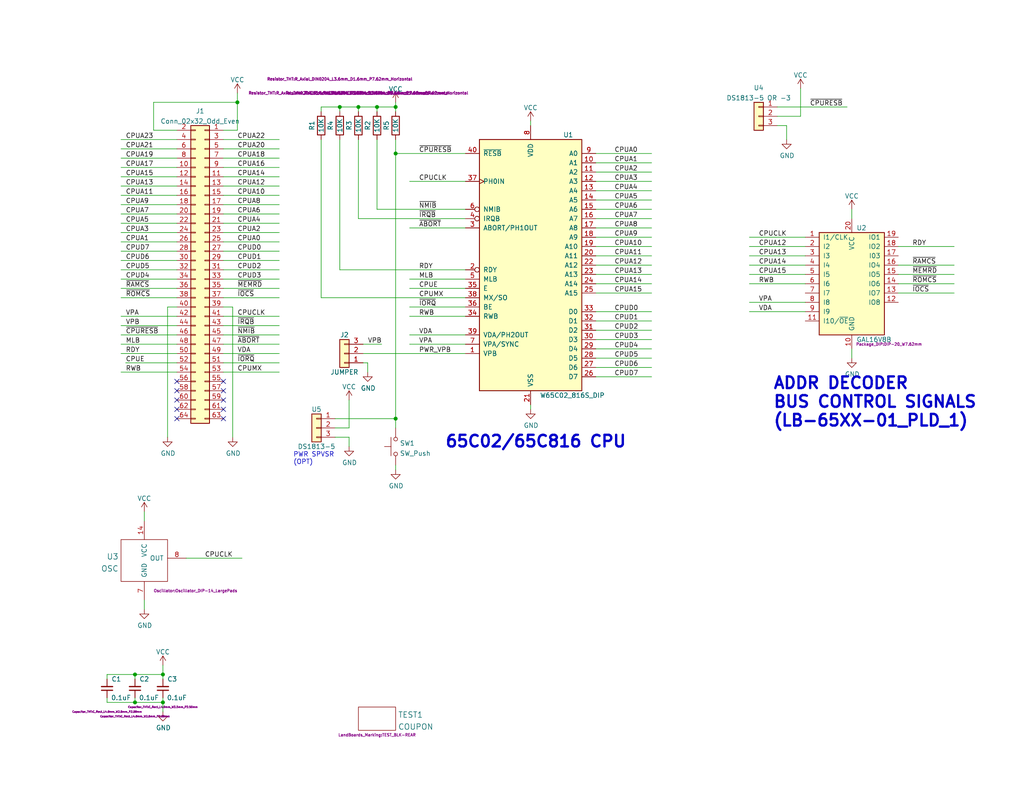
<source format=kicad_sch>
(kicad_sch (version 20230121) (generator eeschema)
  (paper "A")
  (title_block (title "LB-65CXX-01") (date "2022-09-20") (rev "1") (company "Land Boards LLC"))
  (lib_symbols
    (symbol "Connector_Generic:Conn_01x03" (pin_names (offset 1.016) hide)
      (property "Reference" "J" (at 0 5.08 0))
      (property "Value" "Conn_01x03" (at 0 -5.08 0))
      (symbol "Conn_01x03_1_1"
        (rectangle (start -1.27 -2.413) (end 0 -2.667) (stroke (width 0.1524)))
        (rectangle (start -1.27 0.127) (end 0 -0.127) (stroke (width 0.1524)))
        (rectangle (start -1.27 2.667) (end 0 2.413) (stroke (width 0.1524)))
        (rectangle (start -1.27 3.81) (end 1.27 -3.81) (stroke (width 0.254)) (fill (type background)))
        (pin passive line (at -5.08 2.54 0) (length 3.81) (name "Pin_1") (number "1"))
        (pin passive line (at -5.08 0 0) (length 3.81) (name "Pin_2") (number "2"))
        (pin passive line (at -5.08 -2.54 0) (length 3.81) (name "Pin_3") (number "3"))
      )
    )
    (symbol "Connector_Generic:Conn_02x32_Odd_Even" (pin_names (offset 1.016) hide)
      (property "Reference" "J" (at 1.27 40.64 0))
      (property "Value" "Conn_02x32_Odd_Even" (at 1.27 -43.18 0))
      (symbol "Conn_02x32_Odd_Even_1_1"
        (rectangle (start -1.27 -40.513) (end 0 -40.767) (stroke (width 0.1524)))
        (rectangle (start -1.27 -37.973) (end 0 -38.227) (stroke (width 0.1524)))
        (rectangle (start -1.27 -35.433) (end 0 -35.687) (stroke (width 0.1524)))
        (rectangle (start -1.27 -32.893) (end 0 -33.147) (stroke (width 0.1524)))
        (rectangle (start -1.27 -30.353) (end 0 -30.607) (stroke (width 0.1524)))
        (rectangle (start -1.27 -27.813) (end 0 -28.067) (stroke (width 0.1524)))
        (rectangle (start -1.27 -25.273) (end 0 -25.527) (stroke (width 0.1524)))
        (rectangle (start -1.27 -22.733) (end 0 -22.987) (stroke (width 0.1524)))
        (rectangle (start -1.27 -20.193) (end 0 -20.447) (stroke (width 0.1524)))
        (rectangle (start -1.27 -17.653) (end 0 -17.907) (stroke (width 0.1524)))
        (rectangle (start -1.27 -15.113) (end 0 -15.367) (stroke (width 0.1524)))
        (rectangle (start -1.27 -12.573) (end 0 -12.827) (stroke (width 0.1524)))
        (rectangle (start -1.27 -10.033) (end 0 -10.287) (stroke (width 0.1524)))
        (rectangle (start -1.27 -7.493) (end 0 -7.747) (stroke (width 0.1524)))
        (rectangle (start -1.27 -4.953) (end 0 -5.207) (stroke (width 0.1524)))
        (rectangle (start -1.27 -2.413) (end 0 -2.667) (stroke (width 0.1524)))
        (rectangle (start -1.27 0.127) (end 0 -0.127) (stroke (width 0.1524)))
        (rectangle (start -1.27 2.667) (end 0 2.413) (stroke (width 0.1524)))
        (rectangle (start -1.27 5.207) (end 0 4.953) (stroke (width 0.1524)))
        (rectangle (start -1.27 7.747) (end 0 7.493) (stroke (width 0.1524)))
        (rectangle (start -1.27 10.287) (end 0 10.033) (stroke (width 0.1524)))
        (rectangle (start -1.27 12.827) (end 0 12.573) (stroke (width 0.1524)))
        (rectangle (start -1.27 15.367) (end 0 15.113) (stroke (width 0.1524)))
        (rectangle (start -1.27 17.907) (end 0 17.653) (stroke (width 0.1524)))
        (rectangle (start -1.27 20.447) (end 0 20.193) (stroke (width 0.1524)))
        (rectangle (start -1.27 22.987) (end 0 22.733) (stroke (width 0.1524)))
        (rectangle (start -1.27 25.527) (end 0 25.273) (stroke (width 0.1524)))
        (rectangle (start -1.27 28.067) (end 0 27.813) (stroke (width 0.1524)))
        (rectangle (start -1.27 30.607) (end 0 30.353) (stroke (width 0.1524)))
        (rectangle (start -1.27 33.147) (end 0 32.893) (stroke (width 0.1524)))
        (rectangle (start -1.27 35.687) (end 0 35.433) (stroke (width 0.1524)))
        (rectangle (start -1.27 38.227) (end 0 37.973) (stroke (width 0.1524)))
        (rectangle (start -1.27 39.37) (end 3.81 -41.91) (stroke (width 0.254)) (fill (type background)))
        (rectangle (start 3.81 -40.513) (end 2.54 -40.767) (stroke (width 0.1524)))
        (rectangle (start 3.81 -37.973) (end 2.54 -38.227) (stroke (width 0.1524)))
        (rectangle (start 3.81 -35.433) (end 2.54 -35.687) (stroke (width 0.1524)))
        (rectangle (start 3.81 -32.893) (end 2.54 -33.147) (stroke (width 0.1524)))
        (rectangle (start 3.81 -30.353) (end 2.54 -30.607) (stroke (width 0.1524)))
        (rectangle (start 3.81 -27.813) (end 2.54 -28.067) (stroke (width 0.1524)))
        (rectangle (start 3.81 -25.273) (end 2.54 -25.527) (stroke (width 0.1524)))
        (rectangle (start 3.81 -22.733) (end 2.54 -22.987) (stroke (width 0.1524)))
        (rectangle (start 3.81 -20.193) (end 2.54 -20.447) (stroke (width 0.1524)))
        (rectangle (start 3.81 -17.653) (end 2.54 -17.907) (stroke (width 0.1524)))
        (rectangle (start 3.81 -15.113) (end 2.54 -15.367) (stroke (width 0.1524)))
        (rectangle (start 3.81 -12.573) (end 2.54 -12.827) (stroke (width 0.1524)))
        (rectangle (start 3.81 -10.033) (end 2.54 -10.287) (stroke (width 0.1524)))
        (rectangle (start 3.81 -7.493) (end 2.54 -7.747) (stroke (width 0.1524)))
        (rectangle (start 3.81 -4.953) (end 2.54 -5.207) (stroke (width 0.1524)))
        (rectangle (start 3.81 -2.413) (end 2.54 -2.667) (stroke (width 0.1524)))
        (rectangle (start 3.81 0.127) (end 2.54 -0.127) (stroke (width 0.1524)))
        (rectangle (start 3.81 2.667) (end 2.54 2.413) (stroke (width 0.1524)))
        (rectangle (start 3.81 5.207) (end 2.54 4.953) (stroke (width 0.1524)))
        (rectangle (start 3.81 7.747) (end 2.54 7.493) (stroke (width 0.1524)))
        (rectangle (start 3.81 10.287) (end 2.54 10.033) (stroke (width 0.1524)))
        (rectangle (start 3.81 12.827) (end 2.54 12.573) (stroke (width 0.1524)))
        (rectangle (start 3.81 15.367) (end 2.54 15.113) (stroke (width 0.1524)))
        (rectangle (start 3.81 17.907) (end 2.54 17.653) (stroke (width 0.1524)))
        (rectangle (start 3.81 20.447) (end 2.54 20.193) (stroke (width 0.1524)))
        (rectangle (start 3.81 22.987) (end 2.54 22.733) (stroke (width 0.1524)))
        (rectangle (start 3.81 25.527) (end 2.54 25.273) (stroke (width 0.1524)))
        (rectangle (start 3.81 28.067) (end 2.54 27.813) (stroke (width 0.1524)))
        (rectangle (start 3.81 30.607) (end 2.54 30.353) (stroke (width 0.1524)))
        (rectangle (start 3.81 33.147) (end 2.54 32.893) (stroke (width 0.1524)))
        (rectangle (start 3.81 35.687) (end 2.54 35.433) (stroke (width 0.1524)))
        (rectangle (start 3.81 38.227) (end 2.54 37.973) (stroke (width 0.1524)))
        (pin passive line (at -5.08 38.1 0) (length 3.81) (name "Pin_1") (number "1"))
        (pin passive line (at 7.62 27.94 180) (length 3.81) (name "Pin_10") (number "10"))
        (pin passive line (at -5.08 25.4 0) (length 3.81) (name "Pin_11") (number "11"))
        (pin passive line (at 7.62 25.4 180) (length 3.81) (name "Pin_12") (number "12"))
        (pin passive line (at -5.08 22.86 0) (length 3.81) (name "Pin_13") (number "13"))
        (pin passive line (at 7.62 22.86 180) (length 3.81) (name "Pin_14") (number "14"))
        (pin passive line (at -5.08 20.32 0) (length 3.81) (name "Pin_15") (number "15"))
        (pin passive line (at 7.62 20.32 180) (length 3.81) (name "Pin_16") (number "16"))
        (pin passive line (at -5.08 17.78 0) (length 3.81) (name "Pin_17") (number "17"))
        (pin passive line (at 7.62 17.78 180) (length 3.81) (name "Pin_18") (number "18"))
        (pin passive line (at -5.08 15.24 0) (length 3.81) (name "Pin_19") (number "19"))
        (pin passive line (at 7.62 38.1 180) (length 3.81) (name "Pin_2") (number "2"))
        (pin passive line (at 7.62 15.24 180) (length 3.81) (name "Pin_20") (number "20"))
        (pin passive line (at -5.08 12.7 0) (length 3.81) (name "Pin_21") (number "21"))
        (pin passive line (at 7.62 12.7 180) (length 3.81) (name "Pin_22") (number "22"))
        (pin passive line (at -5.08 10.16 0) (length 3.81) (name "Pin_23") (number "23"))
        (pin passive line (at 7.62 10.16 180) (length 3.81) (name "Pin_24") (number "24"))
        (pin passive line (at -5.08 7.62 0) (length 3.81) (name "Pin_25") (number "25"))
        (pin passive line (at 7.62 7.62 180) (length 3.81) (name "Pin_26") (number "26"))
        (pin passive line (at -5.08 5.08 0) (length 3.81) (name "Pin_27") (number "27"))
        (pin passive line (at 7.62 5.08 180) (length 3.81) (name "Pin_28") (number "28"))
        (pin passive line (at -5.08 2.54 0) (length 3.81) (name "Pin_29") (number "29"))
        (pin passive line (at -5.08 35.56 0) (length 3.81) (name "Pin_3") (number "3"))
        (pin passive line (at 7.62 2.54 180) (length 3.81) (name "Pin_30") (number "30"))
        (pin passive line (at -5.08 0 0) (length 3.81) (name "Pin_31") (number "31"))
        (pin passive line (at 7.62 0 180) (length 3.81) (name "Pin_32") (number "32"))
        (pin passive line (at -5.08 -2.54 0) (length 3.81) (name "Pin_33") (number "33"))
        (pin passive line (at 7.62 -2.54 180) (length 3.81) (name "Pin_34") (number "34"))
        (pin passive line (at -5.08 -5.08 0) (length 3.81) (name "Pin_35") (number "35"))
        (pin passive line (at 7.62 -5.08 180) (length 3.81) (name "Pin_36") (number "36"))
        (pin passive line (at -5.08 -7.62 0) (length 3.81) (name "Pin_37") (number "37"))
        (pin passive line (at 7.62 -7.62 180) (length 3.81) (name "Pin_38") (number "38"))
        (pin passive line (at -5.08 -10.16 0) (length 3.81) (name "Pin_39") (number "39"))
        (pin passive line (at 7.62 35.56 180) (length 3.81) (name "Pin_4") (number "4"))
        (pin passive line (at 7.62 -10.16 180) (length 3.81) (name "Pin_40") (number "40"))
        (pin passive line (at -5.08 -12.7 0) (length 3.81) (name "Pin_41") (number "41"))
        (pin passive line (at 7.62 -12.7 180) (length 3.81) (name "Pin_42") (number "42"))
        (pin passive line (at -5.08 -15.24 0) (length 3.81) (name "Pin_43") (number "43"))
        (pin passive line (at 7.62 -15.24 180) (length 3.81) (name "Pin_44") (number "44"))
        (pin passive line (at -5.08 -17.78 0) (length 3.81) (name "Pin_45") (number "45"))
        (pin passive line (at 7.62 -17.78 180) (length 3.81) (name "Pin_46") (number "46"))
        (pin passive line (at -5.08 -20.32 0) (length 3.81) (name "Pin_47") (number "47"))
        (pin passive line (at 7.62 -20.32 180) (length 3.81) (name "Pin_48") (number "48"))
        (pin passive line (at -5.08 -22.86 0) (length 3.81) (name "Pin_49") (number "49"))
        (pin passive line (at -5.08 33.02 0) (length 3.81) (name "Pin_5") (number "5"))
        (pin passive line (at 7.62 -22.86 180) (length 3.81) (name "Pin_50") (number "50"))
        (pin passive line (at -5.08 -25.4 0) (length 3.81) (name "Pin_51") (number "51"))
        (pin passive line (at 7.62 -25.4 180) (length 3.81) (name "Pin_52") (number "52"))
        (pin passive line (at -5.08 -27.94 0) (length 3.81) (name "Pin_53") (number "53"))
        (pin passive line (at 7.62 -27.94 180) (length 3.81) (name "Pin_54") (number "54"))
        (pin passive line (at -5.08 -30.48 0) (length 3.81) (name "Pin_55") (number "55"))
        (pin passive line (at 7.62 -30.48 180) (length 3.81) (name "Pin_56") (number "56"))
        (pin passive line (at -5.08 -33.02 0) (length 3.81) (name "Pin_57") (number "57"))
        (pin passive line (at 7.62 -33.02 180) (length 3.81) (name "Pin_58") (number "58"))
        (pin passive line (at -5.08 -35.56 0) (length 3.81) (name "Pin_59") (number "59"))
        (pin passive line (at 7.62 33.02 180) (length 3.81) (name "Pin_6") (number "6"))
        (pin passive line (at 7.62 -35.56 180) (length 3.81) (name "Pin_60") (number "60"))
        (pin passive line (at -5.08 -38.1 0) (length 3.81) (name "Pin_61") (number "61"))
        (pin passive line (at 7.62 -38.1 180) (length 3.81) (name "Pin_62") (number "62"))
        (pin passive line (at -5.08 -40.64 0) (length 3.81) (name "Pin_63") (number "63"))
        (pin passive line (at 7.62 -40.64 180) (length 3.81) (name "Pin_64") (number "64"))
        (pin passive line (at -5.08 30.48 0) (length 3.81) (name "Pin_7") (number "7"))
        (pin passive line (at 7.62 30.48 180) (length 3.81) (name "Pin_8") (number "8"))
        (pin passive line (at -5.08 27.94 0) (length 3.81) (name "Pin_9") (number "9"))
      )
    )
    (symbol "Device:C_Small" (pin_numbers hide) (pin_names (offset 0.254) hide)
      (property "Reference" "C" (at 0.254 1.778 0))
      (property "Value" "C_Small" (at 0.254 -2.032 0))
      (symbol "C_Small_0_1"
        (polyline (pts (xy -1.524 -0.508) (xy 1.524 -0.508)) (stroke (width 0.3302)))
        (polyline (pts (xy -1.524 0.508) (xy 1.524 0.508)) (stroke (width 0.3048)))
      )
      (symbol "C_Small_1_1"
        (pin passive line (at 0 2.54 270) (length 2.032) (name "~") (number "1"))
        (pin passive line (at 0 -2.54 90) (length 2.032) (name "~") (number "2"))
      )
    )
    (symbol "Device:R" (pin_numbers hide) (pin_names (offset 0))
      (property "Reference" "R" (at 2.032 0 90))
      (property "Value" "R" (at 0 0 90))
      (symbol "R_0_1"
        (rectangle (start -1.016 -2.54) (end 1.016 2.54) (stroke (width 0.254)))
      )
      (symbol "R_1_1"
        (pin passive line (at 0 3.81 270) (length 1.27) (name "~") (number "1"))
        (pin passive line (at 0 -3.81 90) (length 1.27) (name "~") (number "2"))
      )
    )
    (symbol "LandBoards:COUPON" (pin_names (offset 1.016))
      (property "Reference" "COUP?" (at 0 0 0))
      (property "Value" "COUPON" (at 0 0 0))
      (symbol "COUPON_0_1"
        (rectangle (start -5.08 0) (end 5.08 6.35))
      )
    )
    (symbol "LandBoards_Semis:OSC" (pin_names (offset 1.016))
      (property "Reference" "U" (at 3.81 6.35 0))
      (property "Value" "OSC" (at 5.08 -7.62 0))
      (symbol "OSC_0_1"
        (rectangle (start 6.35 -6.35) (end -6.35 5.08))
      )
      (symbol "OSC_1_1"
        (pin power_in line (at 0 10.16 270) (length 5.08) (name "VCC") (number "14"))
        (pin power_in line (at 0 -11.43 90) (length 5.08) (name "GND") (number "7"))
        (pin output line (at 11.43 0 180) (length 5.08) (name "OUT") (number "8"))
      )
    )
    (symbol "LandBoards_Semis:W65C02_816S_DIP" (pin_names (offset 1.016))
      (property "Reference" "U" (at -13.97 35.56 0))
      (property "Value" "W65C02_816S_DIP" (at 3.81 -36.83 0))
      (symbol "W65C02_816S_DIP_0_1"
        (rectangle (start -13.97 34.29) (end 13.97 -34.29) (stroke (width 0.254)) (fill (type background)))
      )
      (symbol "W65C02_816S_DIP_1_1"
        (pin output line (at -17.78 -24.13 0) (length 3.81) (name "VPB") (number "1"))
        (pin output line (at 17.78 27.94 180) (length 3.81) (name "A1") (number "10"))
        (pin output line (at 17.78 25.4 180) (length 3.81) (name "A2") (number "11"))
        (pin output line (at 17.78 22.86 180) (length 3.81) (name "A3") (number "12"))
        (pin output line (at 17.78 20.32 180) (length 3.81) (name "A4") (number "13"))
        (pin output line (at 17.78 17.78 180) (length 3.81) (name "A5") (number "14"))
        (pin output line (at 17.78 15.24 180) (length 3.81) (name "A6") (number "15"))
        (pin output line (at 17.78 12.7 180) (length 3.81) (name "A7") (number "16"))
        (pin output line (at 17.78 10.16 180) (length 3.81) (name "A8") (number "17"))
        (pin output line (at 17.78 7.62 180) (length 3.81) (name "A9") (number "18"))
        (pin output line (at 17.78 5.08 180) (length 3.81) (name "A10") (number "19"))
        (pin input inverted (at -17.78 -1.27 0) (length 3.81) (name "RDY") (number "2"))
        (pin output line (at 17.78 2.54 180) (length 3.81) (name "A11") (number "20"))
        (pin power_in line (at 0 -38.1 90) (length 3.81) (name "VSS") (number "21"))
        (pin output line (at 17.78 0 180) (length 3.81) (name "A12") (number "22"))
        (pin output line (at 17.78 -2.54 180) (length 3.81) (name "A13") (number "23"))
        (pin output line (at 17.78 -5.08 180) (length 3.81) (name "A14") (number "24"))
        (pin output line (at 17.78 -7.62 180) (length 3.81) (name "A15") (number "25"))
        (pin bidirectional line (at 17.78 -30.48 180) (length 3.81) (name "D7") (number "26"))
        (pin bidirectional line (at 17.78 -27.94 180) (length 3.81) (name "D6") (number "27"))
        (pin bidirectional line (at 17.78 -25.4 180) (length 3.81) (name "D5") (number "28"))
        (pin bidirectional line (at 17.78 -22.86 180) (length 3.81) (name "D4") (number "29"))
        (pin input line (at -17.78 10.16 0) (length 3.81) (name "ABORT/PH1OUT") (number "3"))
        (pin bidirectional line (at 17.78 -20.32 180) (length 3.81) (name "D3") (number "30"))
        (pin bidirectional line (at 17.78 -17.78 180) (length 3.81) (name "D2") (number "31"))
        (pin bidirectional line (at 17.78 -15.24 180) (length 3.81) (name "D1") (number "32"))
        (pin bidirectional line (at 17.78 -12.7 180) (length 3.81) (name "D0") (number "33"))
        (pin output line (at -17.78 -13.97 0) (length 3.81) (name "RWB") (number "34"))
        (pin input line (at -17.78 -6.35 0) (length 3.81) (name "E") (number "35"))
        (pin output line (at -17.78 -11.43 0) (length 3.81) (name "BE") (number "36"))
        (pin input clock (at -17.78 22.86 0) (length 3.81) (name "PH0IN") (number "37"))
        (pin output line (at -17.78 -8.89 0) (length 3.81) (name "MX/SO") (number "38"))
        (pin output line (at -17.78 -19.05 0) (length 3.81) (name "VDA/PH2OUT") (number "39"))
        (pin input inverted (at -17.78 12.7 0) (length 3.81) (name "IRQB") (number "4"))
        (pin input line (at -17.78 30.48 0) (length 3.81) (name "~{RESB}") (number "40"))
        (pin output line (at -17.78 -3.81 0) (length 3.81) (name "MLB") (number "5"))
        (pin input inverted (at -17.78 15.24 0) (length 3.81) (name "NMIB") (number "6"))
        (pin output line (at -17.78 -21.59 0) (length 3.81) (name "VPA/SYNC") (number "7"))
        (pin power_in line (at 0 38.1 270) (length 3.81) (name "VDD") (number "8"))
        (pin output line (at 17.78 30.48 180) (length 3.81) (name "A0") (number "9"))
      )
    )
    (symbol "Logic_Programmable:GAL16V8" (pin_names (offset 1.016))
      (property "Reference" "U" (at -8.89 16.51 0))
      (property "Value" "GAL16V8" (at 1.27 16.51 0))
      (symbol "GAL16V8_0_0"
        (pin power_in line (at 0 -17.78 90) (length 3.81) (name "GND") (number "10"))
        (pin power_in line (at 0 17.78 270) (length 3.81) (name "VCC") (number "20"))
      )
      (symbol "GAL16V8_0_1"
        (rectangle (start -8.89 13.97) (end 8.89 -13.97) (stroke (width 0.254)) (fill (type background)))
      )
      (symbol "GAL16V8_1_1"
        (pin input line (at -12.7 12.7 0) (length 3.81) (name "I1/CLK") (number "1"))
        (pin input line (at -12.7 -10.16 0) (length 3.81) (name "I10/~{OE}") (number "11"))
        (pin tri_state line (at 12.7 -5.08 180) (length 3.81) (name "IO8") (number "12"))
        (pin tri_state line (at 12.7 -2.54 180) (length 3.81) (name "IO7") (number "13"))
        (pin tri_state line (at 12.7 0 180) (length 3.81) (name "IO6") (number "14"))
        (pin tri_state line (at 12.7 2.54 180) (length 3.81) (name "IO5") (number "15"))
        (pin tri_state line (at 12.7 5.08 180) (length 3.81) (name "IO4") (number "16"))
        (pin tri_state line (at 12.7 7.62 180) (length 3.81) (name "I03") (number "17"))
        (pin tri_state line (at 12.7 10.16 180) (length 3.81) (name "IO2") (number "18"))
        (pin tri_state line (at 12.7 12.7 180) (length 3.81) (name "IO1") (number "19"))
        (pin input line (at -12.7 10.16 0) (length 3.81) (name "I2") (number "2"))
        (pin input line (at -12.7 7.62 0) (length 3.81) (name "I3") (number "3"))
        (pin input line (at -12.7 5.08 0) (length 3.81) (name "I4") (number "4"))
        (pin input line (at -12.7 2.54 0) (length 3.81) (name "I5") (number "5"))
        (pin input line (at -12.7 0 0) (length 3.81) (name "I6") (number "6"))
        (pin input line (at -12.7 -2.54 0) (length 3.81) (name "I7") (number "7"))
        (pin input line (at -12.7 -5.08 0) (length 3.81) (name "I8") (number "8"))
        (pin input line (at -12.7 -7.62 0) (length 3.81) (name "I9") (number "9"))
      )
    )
    (symbol "Switch:SW_Push" (pin_numbers hide) (pin_names (offset 1.016) hide)
      (property "Reference" "SW" (at 1.27 2.54 0))
      (property "Value" "SW_Push" (at 0 -1.524 0))
      (symbol "SW_Push_0_1"
        (circle (center -2.032 0) (radius 0.508))
        (polyline (pts (xy 0 1.27) (xy 0 3.048)))
        (polyline (pts (xy 2.54 1.27) (xy -2.54 1.27)))
        (circle (center 2.032 0) (radius 0.508))
        (pin passive line (at -5.08 0 0) (length 2.54) (name "1") (number "1"))
        (pin passive line (at 5.08 0 180) (length 2.54) (name "2") (number "2"))
      )
    )
    (symbol "power:GND" (power) (pin_names (offset 0))
      (property "Value" "GND" (at 0 -3.81 0))
      (symbol "GND_0_1"
        (polyline (pts (xy 0 0) (xy 0 -1.27) (xy 1.27 -1.27) (xy 0 -2.54) (xy -1.27 -1.27) (xy 0 -1.27)))
      )
      (symbol "GND_1_1"
        (pin power_in line (at 0 0 270) (length 0) hide (name "GND") (number "1"))
      )
    )
    (symbol "power:VCC" (power) (pin_names (offset 0))
      (property "Value" "VCC" (at 0 3.81 0))
      (symbol "VCC_0_1"
        (polyline (pts (xy -0.762 1.27) (xy 0 2.54)))
        (polyline (pts (xy 0 0) (xy 0 2.54)))
        (polyline (pts (xy 0 2.54) (xy 0.762 1.27)))
      )
      (symbol "VCC_1_1"
        (pin power_in line (at 0 0 90) (length 0) hide (name "VCC") (number "1"))
      )
    )
  )
  (junction (at 107.95 114.3))
  (junction (at 44.45 191.77))
  (junction (at 92.71 29.21))
  (junction (at 44.45 184.15))
  (junction (at 102.87 29.21))
  (junction (at 107.95 29.21))
  (junction (at 107.95 41.91))
  (junction (at 36.83 184.15))
  (junction (at 36.83 191.77))
  (junction (at 97.79 29.21))
  (junction (at 64.77 27.94))
  (no_connect (at 60.96 104.14))
  (no_connect (at 48.26 104.14))
  (no_connect (at 60.96 109.22))
  (no_connect (at 60.96 106.68))
  (no_connect (at 48.26 114.3))
  (no_connect (at 60.96 114.3))
  (no_connect (at 48.26 106.68))
  (no_connect (at 48.26 109.22))
  (no_connect (at 48.26 111.76))
  (no_connect (at 60.96 111.76))
  (wire (pts (xy 45.72 83.82) (xy 45.72 119.38)))
  (wire (pts (xy 111.76 62.23) (xy 127 62.23)))
  (wire (pts (xy 162.56 59.69) (xy 177.8 59.69)))
  (wire (pts (xy 212.09 29.21) (xy 231.14 29.21)))
  (wire (pts (xy 204.47 85.09) (xy 219.71 85.09)))
  (wire (pts (xy 33.02 91.44) (xy 48.26 91.44)))
  (wire (pts (xy 60.96 43.18) (xy 76.2 43.18)))
  (wire (pts (xy 33.02 68.58) (xy 48.26 68.58)))
  (wire (pts (xy 44.45 185.42) (xy 44.45 184.15)))
  (wire (pts (xy 60.96 45.72) (xy 76.2 45.72)))
  (wire (pts (xy 162.56 100.33) (xy 177.8 100.33)))
  (wire (pts (xy 97.79 59.69) (xy 97.79 38.1)))
  (wire (pts (xy 64.77 35.56) (xy 64.77 27.94)))
  (wire (pts (xy 162.56 72.39) (xy 177.8 72.39)))
  (wire (pts (xy 162.56 64.77) (xy 177.8 64.77)))
  (wire (pts (xy 95.25 119.38) (xy 95.25 121.92)))
  (wire (pts (xy 60.96 60.96) (xy 76.2 60.96)))
  (wire (pts (xy 111.76 76.2) (xy 127 76.2)))
  (wire (pts (xy 92.71 38.1) (xy 92.71 73.66)))
  (wire (pts (xy 64.77 27.94) (xy 41.91 27.94)))
  (wire (pts (xy 44.45 190.5) (xy 44.45 191.77)))
  (wire (pts (xy 245.11 67.31) (xy 260.35 67.31)))
  (wire (pts (xy 204.47 72.39) (xy 219.71 72.39)))
  (wire (pts (xy 111.76 83.82) (xy 127 83.82)))
  (wire (pts (xy 245.11 74.93) (xy 260.35 74.93)))
  (wire (pts (xy 218.44 24.13) (xy 218.44 31.75)))
  (wire (pts (xy 60.96 66.04) (xy 76.2 66.04)))
  (wire (pts (xy 204.47 69.85) (xy 219.71 69.85)))
  (wire (pts (xy 107.95 29.21) (xy 107.95 30.48)))
  (wire (pts (xy 60.96 48.26) (xy 76.2 48.26)))
  (wire (pts (xy 107.95 127) (xy 107.95 128.27)))
  (wire (pts (xy 45.72 83.82) (xy 48.26 83.82)))
  (wire (pts (xy 33.02 55.88) (xy 48.26 55.88)))
  (wire (pts (xy 60.96 35.56) (xy 64.77 35.56)))
  (wire (pts (xy 111.76 78.74) (xy 127 78.74)))
  (wire (pts (xy 33.02 71.12) (xy 48.26 71.12)))
  (wire (pts (xy 33.02 53.34) (xy 48.26 53.34)))
  (wire (pts (xy 36.83 190.5) (xy 36.83 191.77)))
  (wire (pts (xy 92.71 29.21) (xy 92.71 30.48)))
  (wire (pts (xy 60.96 93.98) (xy 76.2 93.98)))
  (wire (pts (xy 33.02 66.04) (xy 48.26 66.04)))
  (wire (pts (xy 33.02 45.72) (xy 48.26 45.72)))
  (wire (pts (xy 162.56 74.93) (xy 177.8 74.93)))
  (wire (pts (xy 60.96 96.52) (xy 76.2 96.52)))
  (wire (pts (xy 60.96 53.34) (xy 76.2 53.34)))
  (wire (pts (xy 64.77 27.94) (xy 64.77 25.4)))
  (wire (pts (xy 111.76 91.44) (xy 127 91.44)))
  (wire (pts (xy 41.91 35.56) (xy 48.26 35.56)))
  (wire (pts (xy 60.96 71.12) (xy 76.2 71.12)))
  (wire (pts (xy 232.41 95.25) (xy 232.41 97.79)))
  (wire (pts (xy 102.87 29.21) (xy 107.95 29.21)))
  (wire (pts (xy 60.96 68.58) (xy 76.2 68.58)))
  (wire (pts (xy 33.02 58.42) (xy 48.26 58.42)))
  (wire (pts (xy 144.78 33.02) (xy 144.78 34.29)))
  (wire (pts (xy 102.87 57.15) (xy 127 57.15)))
  (wire (pts (xy 245.11 80.01) (xy 260.35 80.01)))
  (wire (pts (xy 29.21 184.15) (xy 36.83 184.15)))
  (wire (pts (xy 87.63 38.1) (xy 87.63 81.28)))
  (wire (pts (xy 60.96 78.74) (xy 76.2 78.74)))
  (wire (pts (xy 162.56 46.99) (xy 177.8 46.99)))
  (wire (pts (xy 111.76 93.98) (xy 127 93.98)))
  (wire (pts (xy 162.56 52.07) (xy 177.8 52.07)))
  (wire (pts (xy 99.06 93.98) (xy 104.14 93.98)))
  (wire (pts (xy 92.71 29.21) (xy 97.79 29.21)))
  (wire (pts (xy 60.96 38.1) (xy 76.2 38.1)))
  (wire (pts (xy 60.96 58.42) (xy 76.2 58.42)))
  (wire (pts (xy 63.5 83.82) (xy 63.5 119.38)))
  (wire (pts (xy 87.63 30.48) (xy 87.63 29.21)))
  (wire (pts (xy 162.56 54.61) (xy 177.8 54.61)))
  (wire (pts (xy 102.87 29.21) (xy 102.87 30.48)))
  (wire (pts (xy 33.02 40.64) (xy 48.26 40.64)))
  (wire (pts (xy 99.06 99.06) (xy 100.33 99.06)))
  (wire (pts (xy 33.02 63.5) (xy 48.26 63.5)))
  (wire (pts (xy 162.56 97.79) (xy 177.8 97.79)))
  (wire (pts (xy 214.63 34.29) (xy 214.63 38.1)))
  (wire (pts (xy 162.56 90.17) (xy 177.8 90.17)))
  (wire (pts (xy 33.02 73.66) (xy 48.26 73.66)))
  (wire (pts (xy 162.56 87.63) (xy 177.8 87.63)))
  (wire (pts (xy 60.96 83.82) (xy 63.5 83.82)))
  (wire (pts (xy 162.56 41.91) (xy 177.8 41.91)))
  (wire (pts (xy 144.78 110.49) (xy 144.78 111.76)))
  (wire (pts (xy 34.29 99.06) (xy 48.26 99.06)))
  (wire (pts (xy 33.02 76.2) (xy 48.26 76.2)))
  (wire (pts (xy 100.33 99.06) (xy 100.33 101.6)))
  (wire (pts (xy 97.79 29.21) (xy 102.87 29.21)))
  (wire (pts (xy 111.76 86.36) (xy 127 86.36)))
  (wire (pts (xy 92.71 73.66) (xy 127 73.66)))
  (wire (pts (xy 60.96 50.8) (xy 76.2 50.8)))
  (wire (pts (xy 91.44 116.84) (xy 95.25 116.84)))
  (wire (pts (xy 204.47 77.47) (xy 219.71 77.47)))
  (wire (pts (xy 44.45 191.77) (xy 44.45 194.31)))
  (wire (pts (xy 33.02 88.9) (xy 48.26 88.9)))
  (wire (pts (xy 212.09 31.75) (xy 218.44 31.75)))
  (wire (pts (xy 162.56 80.01) (xy 177.8 80.01)))
  (wire (pts (xy 245.11 77.47) (xy 260.35 77.47)))
  (wire (pts (xy 29.21 191.77) (xy 29.21 190.5)))
  (wire (pts (xy 60.96 55.88) (xy 76.2 55.88)))
  (wire (pts (xy 36.83 185.42) (xy 36.83 184.15)))
  (wire (pts (xy 33.02 38.1) (xy 48.26 38.1)))
  (wire (pts (xy 33.02 86.36) (xy 48.26 86.36)))
  (wire (pts (xy 33.02 43.18) (xy 48.26 43.18)))
  (wire (pts (xy 41.91 27.94) (xy 41.91 35.56)))
  (wire (pts (xy 60.96 91.44) (xy 76.2 91.44)))
  (wire (pts (xy 60.96 73.66) (xy 76.2 73.66)))
  (wire (pts (xy 97.79 30.48) (xy 97.79 29.21)))
  (wire (pts (xy 36.83 184.15) (xy 44.45 184.15)))
  (wire (pts (xy 107.95 41.91) (xy 107.95 38.1)))
  (wire (pts (xy 162.56 62.23) (xy 177.8 62.23)))
  (wire (pts (xy 162.56 95.25) (xy 177.8 95.25)))
  (wire (pts (xy 107.95 41.91) (xy 107.95 114.3)))
  (wire (pts (xy 36.83 191.77) (xy 29.21 191.77)))
  (wire (pts (xy 95.25 109.22) (xy 95.25 116.84)))
  (wire (pts (xy 232.41 57.15) (xy 232.41 59.69)))
  (wire (pts (xy 111.76 49.53) (xy 127 49.53)))
  (wire (pts (xy 91.44 114.3) (xy 107.95 114.3)))
  (wire (pts (xy 39.37 163.83) (xy 39.37 166.37)))
  (wire (pts (xy 99.06 96.52) (xy 127 96.52)))
  (wire (pts (xy 60.96 101.6) (xy 76.2 101.6)))
  (wire (pts (xy 60.96 88.9) (xy 76.2 88.9)))
  (wire (pts (xy 50.8 152.4) (xy 66.04 152.4)))
  (wire (pts (xy 204.47 74.93) (xy 219.71 74.93)))
  (wire (pts (xy 60.96 99.06) (xy 76.2 99.06)))
  (wire (pts (xy 33.02 96.52) (xy 48.26 96.52)))
  (wire (pts (xy 60.96 86.36) (xy 76.2 86.36)))
  (wire (pts (xy 102.87 57.15) (xy 102.87 38.1)))
  (wire (pts (xy 162.56 77.47) (xy 177.8 77.47)))
  (wire (pts (xy 44.45 181.61) (xy 44.45 184.15)))
  (wire (pts (xy 33.02 50.8) (xy 48.26 50.8)))
  (wire (pts (xy 60.96 81.28) (xy 76.2 81.28)))
  (wire (pts (xy 204.47 82.55) (xy 219.71 82.55)))
  (wire (pts (xy 87.63 81.28) (xy 127 81.28)))
  (wire (pts (xy 204.47 64.77) (xy 219.71 64.77)))
  (wire (pts (xy 87.63 29.21) (xy 92.71 29.21)))
  (wire (pts (xy 60.96 63.5) (xy 76.2 63.5)))
  (wire (pts (xy 162.56 102.87) (xy 177.8 102.87)))
  (wire (pts (xy 107.95 114.3) (xy 107.95 116.84)))
  (wire (pts (xy 33.02 81.28) (xy 48.26 81.28)))
  (wire (pts (xy 33.02 101.6) (xy 48.26 101.6)))
  (wire (pts (xy 162.56 67.31) (xy 177.8 67.31)))
  (wire (pts (xy 60.96 40.64) (xy 76.2 40.64)))
  (wire (pts (xy 44.45 191.77) (xy 36.83 191.77)))
  (wire (pts (xy 33.02 93.98) (xy 48.26 93.98)))
  (wire (pts (xy 204.47 67.31) (xy 219.71 67.31)))
  (wire (pts (xy 107.95 27.94) (xy 107.95 29.21)))
  (wire (pts (xy 162.56 49.53) (xy 177.8 49.53)))
  (wire (pts (xy 33.02 60.96) (xy 48.26 60.96)))
  (wire (pts (xy 162.56 69.85) (xy 177.8 69.85)))
  (wire (pts (xy 33.02 78.74) (xy 48.26 78.74)))
  (wire (pts (xy 29.21 185.42) (xy 29.21 184.15)))
  (wire (pts (xy 212.09 34.29) (xy 214.63 34.29)))
  (wire (pts (xy 33.02 48.26) (xy 48.26 48.26)))
  (wire (pts (xy 97.79 59.69) (xy 127 59.69)))
  (wire (pts (xy 39.37 139.7) (xy 39.37 142.24)))
  (wire (pts (xy 107.95 41.91) (xy 127 41.91)))
  (wire (pts (xy 162.56 44.45) (xy 177.8 44.45)))
  (wire (pts (xy 91.44 119.38) (xy 95.25 119.38)))
  (wire (pts (xy 162.56 57.15) (xy 177.8 57.15)))
  (wire (pts (xy 162.56 92.71) (xy 177.8 92.71)))
  (wire (pts (xy 245.11 72.39) (xy 260.35 72.39)))
  (wire (pts (xy 60.96 76.2) (xy 76.2 76.2)))
  (wire (pts (xy 162.56 85.09) (xy 177.8 85.09)))
  (text "65C02/65C816 CPU" (at 121.285 122.555 0) (effects (font (size 3.175 3.175) (thickness 0.635) bold) (justify left bottom)))
  (text "PWR SPVSR\n(OPT)" (at 80.01 127 0) (effects (font (size 1.27 1.27)) (justify left bottom)))
  (text "ADDR DECODER\nBUS CONTROL SIGNALS\n(LB-65XX-01_PLD_1)" (at 210.82 116.84 0) (effects (font (size 3.175 3.175) (thickness 0.635) bold) (justify left bottom)))
  (label "CPUCLK" (at 207.01 64.77 0))
  (label "VPA" (at 114.3 93.98 0))
  (label "CPUD6" (at 167.64 100.33 0))
  (label "CPUD3" (at 64.77 76.2 0))
  (label "CPUA22" (at 64.77 38.1 0))
  (label "CPUA14" (at 207.01 72.39 0))
  (label "CPUD0" (at 64.77 68.58 0))
  (label "CPUA9" (at 167.64 64.77 0))
  (label "CPUA1" (at 167.64 44.45 0))
  (label "MLB" (at 34.29 93.98 0))
  (label "~{NMIB}" (at 64.77 91.44 0))
  (label "~{ABORT}" (at 64.77 93.98 0))
  (label "CPUA12" (at 167.64 72.39 0))
  (label "~{IORQ}" (at 64.77 99.06 0))
  (label "CPUA3" (at 167.64 49.53 0))
  (label "CPUA21" (at 34.29 40.64 0))
  (label "CPUA18" (at 64.77 43.18 0))
  (label "CPUA15" (at 167.64 80.01 0))
  (label "CPUMX" (at 114.3 81.28 0))
  (label "~{RAMCS}" (at 248.92 72.39 0))
  (label "RDY" (at 114.3 73.66 0))
  (label "CPUA0" (at 64.77 66.04 0))
  (label "~{CPURESB}" (at 34.29 91.44 0))
  (label "VDA" (at 207.01 85.09 0))
  (label "CPUA1" (at 34.29 66.04 0))
  (label "~{NMIB}" (at 114.3 57.15 0))
  (label "CPUA5" (at 34.29 60.96 0))
  (label "CPUD7" (at 167.64 102.87 0))
  (label "CPUD3" (at 167.64 92.71 0))
  (label "CPUD4" (at 167.64 95.25 0))
  (label "CPUD7" (at 34.29 68.58 0))
  (label "CPUA4" (at 64.77 60.96 0))
  (label "CPUA10" (at 64.77 53.34 0))
  (label "CPUA6" (at 64.77 58.42 0))
  (label "MLB" (at 114.3 76.2 0))
  (label "CPUA8" (at 167.64 62.23 0))
  (label "CPUA11" (at 34.29 53.34 0))
  (label "~{IOCS}" (at 64.77 81.28 0))
  (label "CPUA2" (at 167.64 46.99 0))
  (label "RWB" (at 207.01 77.47 0))
  (label "CPUA12" (at 64.77 50.8 0))
  (label "CPUD1" (at 64.77 71.12 0))
  (label "VDA" (at 64.77 96.52 0))
  (label "CPUE" (at 34.29 99.06 0))
  (label "CPUA9" (at 34.29 55.88 0))
  (label "~{ROMCS}" (at 34.29 81.28 0))
  (label "~{MEMRD}" (at 64.77 78.74 0))
  (label "~{IORQ}" (at 114.3 83.82 0))
  (label "CPUD5" (at 34.29 73.66 0))
  (label "CPUA14" (at 167.64 77.47 0))
  (label "CPUD6" (at 34.29 71.12 0))
  (label "CPUA12" (at 207.01 67.31 0))
  (label "VPB" (at 100.33 93.98 0))
  (label "RWB" (at 114.3 86.36 0))
  (label "CPUA10" (at 167.64 67.31 0))
  (label "CPUA7" (at 34.29 58.42 0))
  (label "CPUA19" (at 34.29 43.18 0))
  (label "VPB" (at 34.29 88.9 0))
  (label "CPUMX" (at 64.77 101.6 0))
  (label "~{IOCS}" (at 248.92 80.01 0))
  (label "VPA" (at 34.29 86.36 0))
  (label "~{RAMCS}" (at 34.29 78.74 0))
  (label "CPUE" (at 114.3 78.74 0))
  (label "CPUD4" (at 34.29 76.2 0))
  (label "CPUA17" (at 34.29 45.72 0))
  (label "CPUA13" (at 34.29 50.8 0))
  (label "CPUD2" (at 167.64 90.17 0))
  (label "~{MEMRD}" (at 248.92 74.93 0))
  (label "CPUCLK" (at 64.77 86.36 0))
  (label "CPUA20" (at 64.77 40.64 0))
  (label "CPUA2" (at 64.77 63.5 0))
  (label "CPUA4" (at 167.64 52.07 0))
  (label "RDY" (at 34.29 96.52 0))
  (label "CPUA13" (at 167.64 74.93 0))
  (label "RWB" (at 34.29 101.6 0))
  (label "~{ROMCS}" (at 248.92 77.47 0))
  (label "CPUA6" (at 167.64 57.15 0))
  (label "CPUD2" (at 64.77 73.66 0))
  (label "CPUA7" (at 167.64 59.69 0))
  (label "~{IRQB}" (at 114.3 59.69 0))
  (label "CPUA15" (at 207.01 74.93 0))
  (label "CPUA5" (at 167.64 54.61 0))
  (label "CPUA23" (at 34.29 38.1 0))
  (label "CPUD0" (at 167.64 85.09 0))
  (label "RDY" (at 248.92 67.31 0))
  (label "CPUA11" (at 167.64 69.85 0))
  (label "PWR_VPB" (at 114.3 96.52 0))
  (label "CPUA13" (at 207.01 69.85 0))
  (label "CPUD1" (at 167.64 87.63 0))
  (label "CPUD5" (at 167.64 97.79 0))
  (label "CPUA14" (at 64.77 48.26 0))
  (label "CPUCLK" (at 114.3 49.53 0))
  (label "CPUA8" (at 64.77 55.88 0))
  (label "CPUCLK" (at 55.88 152.4 0))
  (label "~{IRQB}" (at 64.77 88.9 0))
  (label "CPUA16" (at 64.77 45.72 0))
  (label "CPUA3" (at 34.29 63.5 0))
  (label "VDA" (at 114.3 91.44 0))
  (label "VPA" (at 207.01 82.55 0))
  (label "CPUA0" (at 167.64 41.91 0))
  (label "CPUA15" (at 34.29 48.26 0))
  (label "~{CPURESB}" (at 114.3 41.91 0))
  (label "~{ABORT}" (at 114.3 62.23 0))
  (label "~{CPURESB}" (at 220.98 29.21 0))
  (symbol (lib_id "power:GND") (at 144.78 111.76 0) (unit 1)
    (property "Reference" "#PWR0101" (effects hide))
    (property "Value" "GND" (at 144.907 116.1542 0))
  )
  (symbol (lib_id "power:VCC") (at 232.41 57.15 0) (unit 1)
    (property "Reference" "#PWR0108" (effects hide))
    (property "Value" "VCC" (at 232.41 53.5455 0))
  )
  (symbol (lib_id "Switch:SW_Push") (at 107.95 121.92 90) (unit 1)
    (property "Reference" "SW1" (at 109.093 121.0115 90) (effects (justify right)))
    (property "Value" "SW_Push" (at 109.093 123.7866 90) (effects (justify right)))
    (property "Footprint" "Button_Switch_THT:SW_PUSH_6mm_H8.5mm" (effects hide))
  )
  (symbol (lib_id "Logic_Programmable:GAL16V8") (at 232.41 77.47 0) (unit 1)
    (property "Reference" "U2" (at 233.68 62.23 0) (effects (justify left)))
    (property "Value" "GAL16V8B" (at 233.68 92.71 0) (effects (justify left)))
    (property "Footprint" "Package_DIP:DIP-20_W7.62mm" (at 242.57 93.98 0) (effects (font (size 0.762 0.762))))
  )
  (symbol (lib_id "LandBoards_Semis:OSC") (at 39.37 152.4 0) (unit 1)
    (property "Reference" "U3" (at 32.3851 151.9703 0) (effects (font (size 1.524 1.524)) (justify right)))
    (property "Value" "OSC" (at 32.3851 155.2493 0) (effects (font (size 1.524 1.524)) (justify right)))
    (property "Footprint" "Oscillator:Oscillator_DIP-14_LargePads" (at 53.34 161.29 0) (effects (font (size 0.762 0.762))))
  )
  (symbol (lib_id "power:VCC") (at 218.44 24.13 0) (unit 1)
    (property "Reference" "#PWR0116" (effects hide))
    (property "Value" "VCC" (at 218.44 20.5255 0))
  )
  (symbol (lib_id "Device:C_Small") (at 36.83 187.96 180) (unit 1)
    (property "Reference" "C2" (at 39.37 185.42 0))
    (property "Value" "0.1uF" (at 40.64 190.5 0))
    (property "Footprint" "Capacitor_THT:C_Rect_L4.0mm_W2.5mm_P2.50mm" (at 36.83 195.58 0) (effects (font (size 0.508 0.508))))
  )
  (symbol (lib_id "power:GND") (at 214.63 38.1 0) (unit 1)
    (property "Reference" "#PWR0115" (effects hide))
    (property "Value" "GND" (at 214.757 42.4942 0))
  )
  (symbol (lib_id "Device:R") (at 97.79 34.29 0) (unit 1)
    (property "Reference" "R3" (at 95.25 34.29 90))
    (property "Value" "10K" (at 97.79 34.29 90))
    (property "Footprint" "Resistor_THT:R_Axial_DIN0204_L3.6mm_D1.6mm_P7.62mm_Horizontal" (at 97.79 25.4 0) (effects (font (size 0.762 0.762))))
    (property "Datasheet" "https://www.mouser.com/ProductDetail/Xicon/299-2.2K-RC?qs=QaPBMFBEHz3RDbXknTj%252ByA%3D%3D" (effects hide))
  )
  (symbol (lib_id "power:GND") (at 44.45 194.31 0) (unit 1)
    (property "Reference" "#PWR0106" (effects hide))
    (property "Value" "GND" (at 44.577 198.7042 0))
  )
  (symbol (lib_id "power:GND") (at 232.41 97.79 0) (unit 1)
    (property "Reference" "#PWR0109" (effects hide))
    (property "Value" "GND" (at 232.537 102.1842 0))
  )
  (symbol (lib_id "power:GND") (at 95.25 121.92 0) (unit 1)
    (property "Reference" "#PWR0118" (effects hide))
    (property "Value" "GND" (at 95.377 126.3142 0))
  )
  (symbol (lib_id "power:GND") (at 63.5 119.38 0) (unit 1)
    (property "Reference" "#PWR0102" (effects hide))
    (property "Value" "GND" (at 63.627 123.7742 0))
  )
  (symbol (lib_id "power:VCC") (at 144.78 33.02 0) (unit 1)
    (property "Reference" "#PWR0103" (effects hide))
    (property "Value" "VCC" (at 144.78 29.4155 0))
  )
  (symbol (lib_id "Device:C_Small") (at 44.45 187.96 180) (unit 1)
    (property "Reference" "C3" (at 46.99 185.42 0))
    (property "Value" "0.1uF" (at 48.26 190.5 0))
    (property "Footprint" "Capacitor_THT:C_Rect_L4.0mm_W2.5mm_P2.50mm" (at 44.45 193.04 0) (effects (font (size 0.508 0.508))))
  )
  (symbol (lib_id "LandBoards_Semis:W65C02_816S_DIP") (at 144.78 72.39 0) (unit 1)
    (property "Reference" "U1" (at 153.67 36.83 0) (effects (justify left)))
    (property "Value" "W65C02_816S_DIP" (at 147.32 107.95 0) (effects (justify left)))
    (property "Footprint" "Package_DIP:DIP-40_W15.24mm_LongPads" (effects hide))
  )
  (symbol (lib_id "Device:R") (at 102.87 34.29 0) (unit 1)
    (property "Reference" "R2" (at 100.33 34.29 90))
    (property "Value" "10K" (at 102.87 34.29 90))
    (property "Footprint" "Resistor_THT:R_Axial_DIN0204_L3.6mm_D1.6mm_P7.62mm_Horizontal" (at 102.87 25.4 0) (effects (font (size 0.762 0.762))))
    (property "Datasheet" "https://www.mouser.com/ProductDetail/Xicon/299-2.2K-RC?qs=QaPBMFBEHz3RDbXknTj%252ByA%3D%3D" (effects hide))
  )
  (symbol (lib_id "Device:R") (at 92.71 34.29 0) (unit 1)
    (property "Reference" "R4" (at 90.17 34.29 90))
    (property "Value" "10K" (at 92.71 34.29 90))
    (property "Footprint" "Resistor_THT:R_Axial_DIN0204_L3.6mm_D1.6mm_P7.62mm_Horizontal" (at 92.71 21.59 0) (effects (font (size 0.762 0.762))))
    (property "Datasheet" "https://www.mouser.com/ProductDetail/Xicon/299-2.2K-RC?qs=QaPBMFBEHz3RDbXknTj%252ByA%3D%3D" (effects hide))
  )
  (symbol (lib_id "power:VCC") (at 44.45 181.61 0) (unit 1)
    (property "Reference" "#PWR0107" (effects hide))
    (property "Value" "VCC" (at 44.45 178.0055 0))
  )
  (symbol (lib_id "Device:C_Small") (at 29.21 187.96 180) (unit 1)
    (property "Reference" "C1" (at 31.75 185.42 0))
    (property "Value" "0.1uF" (at 33.02 190.5 0))
    (property "Footprint" "Capacitor_THT:C_Rect_L4.0mm_W2.5mm_P2.50mm" (at 29.21 194.31 0) (effects (font (size 0.508 0.508))))
  )
  (symbol (lib_id "LandBoards:COUPON") (at 102.87 199.39 0) (unit 1)
    (property "Reference" "TEST1" (at 108.585 195.1503 0) (effects (font (size 1.524 1.524)) (justify left)))
    (property "Value" "COUPON" (at 108.585 198.4293 0) (effects (font (size 1.524 1.524)) (justify left)))
    (property "Footprint" "LandBoards_Marking:TEST_BLK-REAR" (at 102.87 200.66 0) (effects (font (size 0.762 0.762))))
  )
  (symbol (lib_id "Connector_Generic:Conn_01x03") (at 93.98 96.52 180) (unit 1)
    (property "Reference" "J2" (at 93.98 91.44 0))
    (property "Value" "JUMPER" (at 93.98 101.6 0))
    (property "Footprint" "Connector_PinHeader_2.54mm:PinHeader_1x03_P2.54mm_Vertical" (effects hide))
  )
  (symbol (lib_id "Connector_Generic:Conn_01x03") (at 207.01 31.75 0) (mirror y) (unit 1)
    (property "Reference" "U4" (at 207.01 23.9735 0))
    (property "Value" "DS1813-5 OR -3" (at 207.01 26.7486 0))
    (property "Footprint" "Package_TO_SOT_THT:TO-92" (effects hide))
  )
  (symbol (lib_id "power:VCC") (at 107.95 27.94 0) (unit 1)
    (property "Reference" "#PWR0112" (effects hide))
    (property "Value" "VCC" (at 107.95 24.3355 0))
  )
  (symbol (lib_id "power:VCC") (at 39.37 139.7 0) (unit 1)
    (property "Reference" "#PWR0110" (effects hide))
    (property "Value" "VCC" (at 39.37 136.0955 0))
  )
  (symbol (lib_id "Connector_Generic:Conn_02x32_Odd_Even") (at 55.88 73.66 0) (mirror y) (unit 1)
    (property "Reference" "J1" (at 54.61 30.3235 0))
    (property "Value" "Conn_02x32_Odd_Even" (at 54.61 33.0986 0))
    (property "Footprint" "LandBoards_Conns:PinHeader_2x32_P2.54mm_Horizontal-FLIPPED" (effects hide))
  )
  (symbol (lib_id "Connector_Generic:Conn_01x03") (at 86.36 116.84 0) (mirror y) (unit 1)
    (property "Reference" "U5" (at 86.36 111.76 0))
    (property "Value" "DS1813-5" (at 86.36 121.92 0))
    (property "Footprint" "Package_TO_SOT_THT:TO-92" (effects hide))
    (property "Datasheet" "https://www.mouser.com/c/?q=DS1813-5" (effects hide))
  )
  (symbol (lib_id "power:GND") (at 107.95 128.27 0) (unit 1)
    (property "Reference" "#PWR0113" (effects hide))
    (property "Value" "GND" (at 108.077 132.6642 0))
  )
  (symbol (lib_id "power:GND") (at 100.33 101.6 0) (unit 1)
    (property "Reference" "#PWR0114" (effects hide))
    (property "Value" "GND" (at 100.457 105.9942 0))
  )
  (symbol (lib_id "Device:R") (at 87.63 34.29 0) (unit 1)
    (property "Reference" "R1" (at 85.09 34.29 90))
    (property "Value" "10K" (at 87.63 34.29 90))
    (property "Footprint" "Resistor_THT:R_Axial_DIN0204_L3.6mm_D1.6mm_P7.62mm_Horizontal" (at 87.63 25.4 0) (effects (font (size 0.762 0.762))))
    (property "Datasheet" "https://www.mouser.com/ProductDetail/Xicon/299-2.2K-RC?qs=QaPBMFBEHz3RDbXknTj%252ByA%3D%3D" (effects hide))
  )
  (symbol (lib_id "power:GND") (at 45.72 119.38 0) (unit 1)
    (property "Reference" "#PWR0105" (effects hide))
    (property "Value" "GND" (at 45.847 123.7742 0))
  )
  (symbol (lib_id "power:VCC") (at 64.77 25.4 0) (unit 1)
    (property "Reference" "#PWR0104" (effects hide))
    (property "Value" "VCC" (at 64.77 21.7955 0))
  )
  (symbol (lib_id "power:VCC") (at 95.25 109.22 0) (unit 1)
    (property "Reference" "#PWR0117" (effects hide))
    (property "Value" "VCC" (at 95.25 105.6155 0))
  )
  (symbol (lib_id "power:GND") (at 39.37 166.37 0) (unit 1)
    (property "Reference" "#PWR0111" (effects hide))
    (property "Value" "GND" (at 39.497 170.7642 0))
  )
  (symbol (lib_id "Device:R") (at 107.95 34.29 0) (unit 1)
    (property "Reference" "R5" (at 105.41 34.29 90))
    (property "Value" "10K" (at 107.95 34.29 90))
    (property "Footprint" "Resistor_THT:R_Axial_DIN0204_L3.6mm_D1.6mm_P7.62mm_Horizontal" (at 107.95 25.4 0) (effects (font (size 0.762 0.762))))
    (property "Datasheet" "https://www.mouser.com/ProductDetail/Xicon/299-2.2K-RC?qs=QaPBMFBEHz3RDbXknTj%252ByA%3D%3D" (effects hide))
  )
)
</source>
